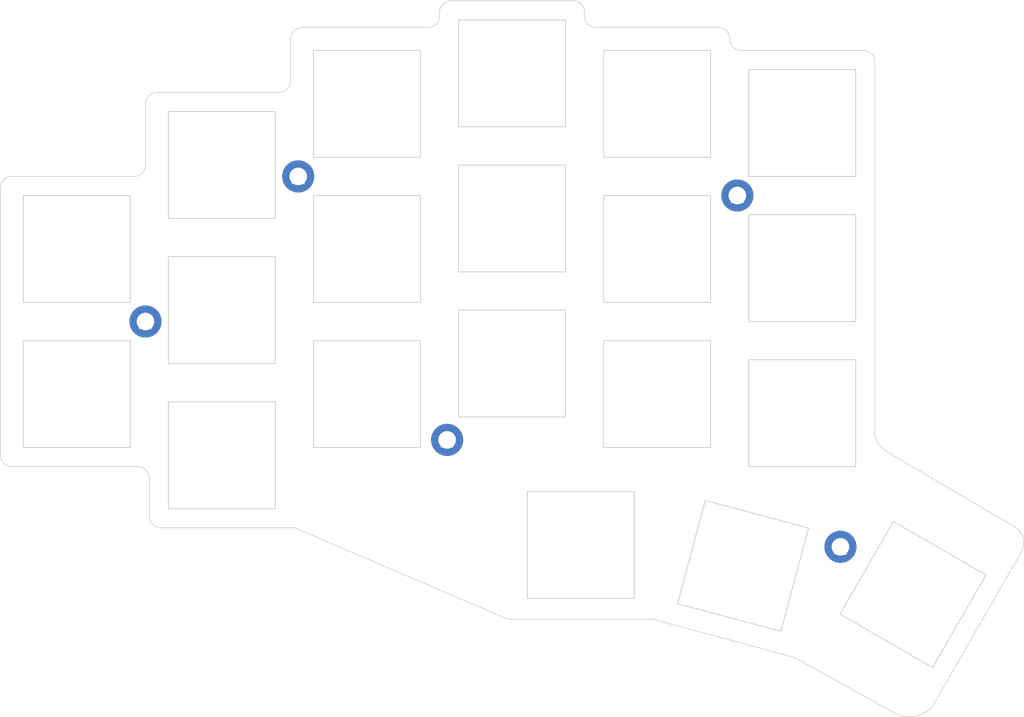
<source format=kicad_pcb>
(kicad_pcb (version 20211014) (generator pcbnew)
  (layers (0 "F.Cu" signal) (31 "B.Cu" signal) (34 "B.Paste" user) (35 "F.Paste" user) (36 "B.SilkS" user "B.Silkscreen") (37 "F.SilkS" user "F.Silkscreen") (38 "B.Mask" user) (39 "F.Mask" user) (44 "Edge.Cuts" user))
  (net 0 "")
  (footprint "kbd:SW_Hole" (layer "F.Cu") (at 135.5 99)
    (fp_text reference "SW13" hide)
    (fp_text value "SW_PUSH" hide)
    (fp_line (start -7 7) (end 7 7) (layer "Edge.Cuts") (width 0.12))
    (fp_line (start 7 -7) (end -7 -7) (layer "Edge.Cuts") (width 0.12))
    (fp_line (start -7 -7) (end -7 7) (layer "Edge.Cuts") (width 0.12))
    (fp_line (start 7 7) (end 7 -7) (layer "Edge.Cuts") (width 0.12))
  )
  (footprint "kbd:SW_Hole" (layer "F.Cu") (at 173.5 86.5)
    (fp_text reference "SW10" hide)
    (fp_text value "SW_PUSH" hide)
    (fp_line (start 7 -7) (end -7 -7) (layer "Edge.Cuts") (width 0.12))
    (fp_line (start -7 -7) (end -7 7) (layer "Edge.Cuts") (width 0.12))
    (fp_line (start -7 7) (end 7 7) (layer "Edge.Cuts") (width 0.12))
    (fp_line (start 7 7) (end 7 -7) (layer "Edge.Cuts") (width 0.12))
  )
  (footprint "kbd:SW_Hole" (layer "F.Cu") (at 97.5 111)
    (fp_text reference "SW11" hide)
    (fp_text value "SW_PUSH" hide)
    (fp_line (start -7 7) (end 7 7) (layer "Edge.Cuts") (width 0.12))
    (fp_line (start -7 -7) (end -7 7) (layer "Edge.Cuts") (width 0.12))
    (fp_line (start 7 -7) (end -7 -7) (layer "Edge.Cuts") (width 0.12))
    (fp_line (start 7 7) (end 7 -7) (layer "Edge.Cuts") (width 0.12))
  )
  (footprint "kbd:SW_Hole" (layer "F.Cu") (at 173.5 67.5)
    (fp_text reference "SW5" hide)
    (fp_text value "SW_PUSH" hide)
    (fp_line (start 7 -7) (end -7 -7) (layer "Edge.Cuts") (width 0.12))
    (fp_line (start -7 -7) (end -7 7) (layer "Edge.Cuts") (width 0.12))
    (fp_line (start 7 7) (end 7 -7) (layer "Edge.Cuts") (width 0.12))
    (fp_line (start -7 7) (end 7 7) (layer "Edge.Cuts") (width 0.12))
  )
  (footprint "kbd:SW_Hole" (layer "F.Cu") (at 116.5 103)
    (fp_text reference "SW12" hide)
    (fp_text value "SW_PUSH" hide)
    (fp_line (start 7 7) (end 7 -7) (layer "Edge.Cuts") (width 0.12))
    (fp_line (start -7 -7) (end -7 7) (layer "Edge.Cuts") (width 0.12))
    (fp_line (start 7 -7) (end -7 -7) (layer "Edge.Cuts") (width 0.12))
    (fp_line (start -7 7) (end 7 7) (layer "Edge.Cuts") (width 0.12))
  )
  (footprint "kbd:SW_Hole" (layer "F.Cu") (at 173.5 105.5)
    (fp_text reference "SW15" hide)
    (fp_text value "SW_PUSH" hide)
    (fp_line (start -7 7) (end 7 7) (layer "Edge.Cuts") (width 0.12))
    (fp_line (start -7 -7) (end -7 7) (layer "Edge.Cuts") (width 0.12))
    (fp_line (start 7 7) (end 7 -7) (layer "Edge.Cuts") (width 0.12))
    (fp_line (start 7 -7) (end -7 -7) (layer "Edge.Cuts") (width 0.12))
  )
  (footprint "kbd:SW_Hole" (layer "F.Cu") (at 116.5 65)
    (fp_text reference "SW2" hide)
    (fp_text value "SW_PUSH" hide)
    (fp_line (start -7 7) (end 7 7) (layer "Edge.Cuts") (width 0.12))
    (fp_line (start -7 -7) (end -7 7) (layer "Edge.Cuts") (width 0.12))
    (fp_line (start 7 -7) (end -7 -7) (layer "Edge.Cuts") (width 0.12))
    (fp_line (start 7 7) (end 7 -7) (layer "Edge.Cuts") (width 0.12))
  )
  (footprint "kbd:M2_Hole_TH" (layer "F.Cu") (at 87.5 93.5)
    (fp_text reference "H3" (at 0 0.5) (layer "F.SilkS"))
    (fp_text value "MountingHole")
    (pad "" thru_hole circle locked (at 0 0) (size 4.2 4.2) (drill 2.3) (layers *.Cu *.Mask))
  )
  (footprint "kbd:SW_Hole" (layer "F.Cu") (at 154.5 103)
    (fp_text reference "SW14" hide)
    (fp_text value "SW_PUSH" hide)
    (fp_line (start 7 7) (end 7 -7) (layer "Edge.Cuts") (width 0.12))
    (fp_line (start 7 -7) (end -7 -7) (layer "Edge.Cuts") (width 0.12))
    (fp_line (start -7 7) (end 7 7) (layer "Edge.Cuts") (width 0.12))
    (fp_line (start -7 -7) (end -7 7) (layer "Edge.Cuts") (width 0.12))
  )
  (footprint "kbd:M2_Hole_TH" (layer "F.Cu") (at 178.5 123)
    (fp_text reference "H2" (at 0 0.5) (layer "F.SilkS"))
    (fp_text value "MountingHole")
    (pad "" thru_hole circle locked (at 0 0) (size 4.2 4.2) (drill 2.3) (layers *.Cu *.Mask))
  )
  (footprint "kbd:SW_Hole" (layer "F.Cu") (at 165.75 125.5 -15)
    (fp_text reference "SW19" hide)
    (fp_text value "SW_PUSH" hide)
    (fp_line (start 7 -7) (end -7 -7) (layer "Edge.Cuts") (width 0.12))
    (fp_line (start -7 7) (end 7 7) (layer "Edge.Cuts") (width 0.12))
    (fp_line (start -7 -7) (end -7 7) (layer "Edge.Cuts") (width 0.12))
    (fp_line (start 7 7) (end 7 -7) (layer "Edge.Cuts") (width 0.12))
  )
  (footprint "kbd:SW_Hole" (layer "F.Cu") (at 154.5 65)
    (fp_text reference "SW4" hide)
    (fp_text value "SW_PUSH" hide)
    (fp_line (start -7 7) (end 7 7) (layer "Edge.Cuts") (width 0.12))
    (fp_line (start 7 -7) (end -7 -7) (layer "Edge.Cuts") (width 0.12))
    (fp_line (start 7 7) (end 7 -7) (layer "Edge.Cuts") (width 0.12))
    (fp_line (start -7 -7) (end -7 7) (layer "Edge.Cuts") (width 0.12))
  )
  (footprint "kbd:SW_Hole" (layer "F.Cu") (at 78.5 84)
    (fp_text reference "SW16" hide)
    (fp_text value "SW_PUSH" hide)
    (fp_line (start 7 -7) (end -7 -7) (layer "Edge.Cuts") (width 0.12))
    (fp_line (start 7 7) (end 7 -7) (layer "Edge.Cuts") (width 0.12))
    (fp_line (start -7 -7) (end -7 7) (layer "Edge.Cuts") (width 0.12))
    (fp_line (start -7 7) (end 7 7) (layer "Edge.Cuts") (width 0.12))
  )
  (footprint "kbd:SW_Hole" (layer "F.Cu") (at 188 129.25 60)
    (fp_text reference "SW20" hide)
    (fp_text value "SW_PUSH" hide)
    (fp_line (start -7 7) (end 7 7) (layer "Edge.Cuts") (width 0.12))
    (fp_line (start -7 -7) (end -7 7) (layer "Edge.Cuts") (width 0.12))
    (fp_line (start 7 -7) (end -7 -7) (layer "Edge.Cuts") (width 0.12))
    (fp_line (start 7 7) (end 7 -7) (layer "Edge.Cuts") (width 0.12))
  )
  (footprint "kbd:M2_Hole_TH" (layer "F.Cu") (at 165 77)
    (fp_text reference "H5" (at 0 0.5) (layer "F.SilkS"))
    (fp_text value "MountingHole")
    (pad "" thru_hole circle locked (at 0 0) (size 4.2 4.2) (drill 2.3) (layers *.Cu *.Mask))
  )
  (footprint "kbd:SW_Hole" (layer "F.Cu") (at 97.5 73)
    (fp_text reference "SW1" hide)
    (fp_text value "SW_PUSH" hide)
    (fp_line (start -7 7) (end 7 7) (layer "Edge.Cuts") (width 0.12))
    (fp_line (start 7 -7) (end -7 -7) (layer "Edge.Cuts") (width 0.12))
    (fp_line (start -7 -7) (end -7 7) (layer "Edge.Cuts") (width 0.12))
    (fp_line (start 7 7) (end 7 -7) (layer "Edge.Cuts") (width 0.12))
  )
  (footprint "kbd:SW_Hole" (layer "F.Cu") (at 135.5 61)
    (fp_text reference "SW3" hide)
    (fp_text value "SW_PUSH" hide)
    (fp_line (start -7 7) (end 7 7) (layer "Edge.Cuts") (width 0.12))
    (fp_line (start 7 7) (end 7 -7) (layer "Edge.Cuts") (width 0.12))
    (fp_line (start 7 -7) (end -7 -7) (layer "Edge.Cuts") (width 0.12))
    (fp_line (start -7 -7) (end -7 7) (layer "Edge.Cuts") (width 0.12))
  )
  (footprint "kbd:SW_Hole" (layer "F.Cu") (at 135.5 80)
    (fp_text reference "SW8" hide)
    (fp_text value "SW_PUSH" hide)
    (fp_line (start 7 -7) (end -7 -7) (layer "Edge.Cuts") (width 0.12))
    (fp_line (start -7 7) (end 7 7) (layer "Edge.Cuts") (width 0.12))
    (fp_line (start -7 -7) (end -7 7) (layer "Edge.Cuts") (width 0.12))
    (fp_line (start 7 7) (end 7 -7) (layer "Edge.Cuts") (width 0.12))
  )
  (footprint "kbd:M2_Hole_TH" (layer "F.Cu") (at 107.5 74.5)
    (fp_text reference "H1" (at 0 0.5) (layer "F.SilkS"))
    (fp_text value "MountingHole")
    (pad "" thru_hole circle locked (at 0 0) (size 4.2 4.2) (drill 2.3) (layers *.Cu *.Mask))
  )
  (footprint "kbd:SW_Hole" (layer "F.Cu") (at 116.5 84)
    (fp_text reference "SW7" hide)
    (fp_text value "SW_PUSH" hide)
    (fp_line (start -7 7) (end 7 7) (layer "Edge.Cuts") (width 0.12))
    (fp_line (start 7 7) (end 7 -7) (layer "Edge.Cuts") (width 0.12))
    (fp_line (start -7 -7) (end -7 7) (layer "Edge.Cuts") (width 0.12))
    (fp_line (start 7 -7) (end -7 -7) (layer "Edge.Cuts") (width 0.12))
  )
  (footprint "kbd:SW_Hole" (layer "F.Cu") (at 78.5 103)
    (fp_text reference "SW17" hide)
    (fp_text value "SW_PUSH" hide)
    (fp_line (start 7 7) (end 7 -7) (layer "Edge.Cuts") (width 0.12))
    (fp_line (start -7 -7) (end -7 7) (layer "Edge.Cuts") (width 0.12))
    (fp_line (start 7 -7) (end -7 -7) (layer "Edge.Cuts") (width 0.12))
    (fp_line (start -7 7) (end 7 7) (layer "Edge.Cuts") (width 0.12))
  )
  (footprint "kbd:SW_Hole" (layer "F.Cu") (at 144.5 122.75)
    (fp_text reference "SW18" hide)
    (fp_text value "SW_PUSH" hide)
    (fp_line (start -7 -7) (end -7 7) (layer "Edge.Cuts") (width 0.12))
    (fp_line (start -7 7) (end 7 7) (layer "Edge.Cuts") (width 0.12))
    (fp_line (start 7 7) (end 7 -7) (layer "Edge.Cuts") (width 0.12))
    (fp_line (start 7 -7) (end -7 -7) (layer "Edge.Cuts") (width 0.12))
  )
  (footprint "kbd:SW_Hole" (layer "F.Cu") (at 154.5 84)
    (fp_text reference "SW9" hide)
    (fp_text value "SW_PUSH" hide)
    (fp_line (start -7 7) (end 7 7) (layer "Edge.Cuts") (width 0.12))
    (fp_line (start 7 7) (end 7 -7) (layer "Edge.Cuts") (width 0.12))
    (fp_line (start -7 -7) (end -7 7) (layer "Edge.Cuts") (width 0.12))
    (fp_line (start 7 -7) (end -7 -7) (layer "Edge.Cuts") (width 0.12))
  )
  (footprint "kbd:SW_Hole" (layer "F.Cu") (at 97.5 92)
    (fp_text reference "SW6" hide)
    (fp_text value "SW_PUSH" hide)
    (fp_line (start 7 -7) (end -7 -7) (layer "Edge.Cuts") (width 0.12))
    (fp_line (start -7 7) (end 7 7) (layer "Edge.Cuts") (width 0.12))
    (fp_line (start -7 -7) (end -7 7) (layer "Edge.Cuts") (width 0.12))
    (fp_line (start 7 7) (end 7 -7) (layer "Edge.Cuts") (width 0.12))
  )
  (footprint "kbd:M2_Hole_TH" (layer "F.Cu") (at 127 109)
    (fp_text reference "H4" (at 0 0.5) (layer "F.SilkS"))
    (fp_text value "MountingHole")
    (pad "" thru_hole circle locked (at 0 0) (size 4.2 4.2) (drill 2.3) (layers *.Cu *.Mask))
  )
  (gr_line (start 126 53) (end 126 53.5) (layer "Edge.Cuts") (width 0.1))
  (gr_line (start 145 53.5) (end 145 53) (layer "Edge.Cuts") (width 0.1))
  (gr_arc (start 184.5 110.5) (mid 183.578706 109.62847) (end 183 108.5) (layer "Edge.Cuts") (width 0.1))
  (gr_line (start 135 132.5) (end 154 132.5) (layer "Edge.Cuts") (width 0.1))
  (gr_arc (start 201.5 120.5) (mid 202.474874 122.146447) (end 202 124) (layer "Edge.Cuts") (width 0.1))
  (gr_line (start 89.5 120.5) (end 107 120.5) (layer "Edge.Cuts") (width 0.1))
  (gr_line (start 202 124) (end 190.5 144) (layer "Edge.Cuts") (width 0.1))
  (gr_arc (start 86.5 112.5) (mid 87.56066 112.93934) (end 88 114) (layer "Edge.Cuts") (width 0.1))
  (gr_line (start 87.5 65) (end 87.5 73) (layer "Edge.Cuts") (width 0.1))
  (gr_arc (start 87.5 65) (mid 87.93934 63.93934) (end 89 63.5) (layer "Edge.Cuts") (width 0.1))
  (gr_line (start 143.5 51.5) (end 127.5 51.5) (layer "Edge.Cuts") (width 0.1))
  (gr_line (start 165.5 58) (end 181.5 58) (layer "Edge.Cuts") (width 0.1))
  (gr_arc (start 106.5 62) (mid 106.06066 63.06066) (end 105 63.5) (layer "Edge.Cuts") (width 0.1))
  (gr_line (start 107 120.5) (end 135 132.5) (layer "Edge.Cuts") (width 0.1))
  (gr_line (start 184.5 110.5) (end 201.5 120.5) (layer "Edge.Cuts") (width 0.1))
  (gr_arc (start 68.5 76) (mid 68.93934 74.93934) (end 70 74.5) (layer "Edge.Cuts") (width 0.1))
  (gr_line (start 108.5 55) (end 108 55) (layer "Edge.Cuts") (width 0.1))
  (gr_line (start 183 59.5) (end 183 108.5) (layer "Edge.Cuts") (width 0.1))
  (gr_arc (start 89.5 120.5) (mid 88.43934 120.06066) (end 88 119) (layer "Edge.Cuts") (width 0.1))
  (gr_arc (start 165.5 58) (mid 164.43934 57.56066) (end 164 56.5) (layer "Edge.Cuts") (width 0.1))
  (gr_arc (start 70 112.5) (mid 68.93934 112.06066) (end 68.5 111) (layer "Edge.Cuts") (width 0.1))
  (gr_line (start 105 63.5) (end 89 63.5) (layer "Edge.Cuts") (width 0.1))
  (gr_line (start 88 114) (end 88 119) (layer "Edge.Cuts") (width 0.1))
  (gr_line (start 106.5 56.5) (end 106.5 62) (layer "Edge.Cuts") (width 0.1))
  (gr_arc (start 190.5 144) (mid 187.849935 145.228185) (end 185.034016 144.452378) (layer "Edge.Cuts") (width 0.1))
  (gr_line (start 124.5 55) (end 108.5 55) (layer "Edge.Cuts") (width 0.1))
  (gr_arc (start 143.5 51.5) (mid 144.56066 51.93934) (end 145 53) (layer "Edge.Cuts") (width 0.1))
  (gr_line (start 86 74.5) (end 70 74.5) (layer "Edge.Cuts") (width 0.1))
  (gr_arc (start 87.5 73) (mid 87.06066 74.06066) (end 86 74.5) (layer "Edge.Cuts") (width 0.1))
  (gr_arc (start 146.5 55) (mid 145.43934 54.56066) (end 145 53.5) (layer "Edge.Cuts") (width 0.1))
  (gr_arc (start 126 53.5) (mid 125.56066 54.56066) (end 124.5 55) (layer "Edge.Cuts") (width 0.1))
  (gr_arc (start 126 53) (mid 126.43934 51.93934) (end 127.5 51.5) (layer "Edge.Cuts") (width 0.1))
  (gr_line (start 70 112.5) (end 86.5 112.5) (layer "Edge.Cuts") (width 0.1))
  (gr_arc (start 162.5 55) (mid 163.56066 55.43934) (end 164 56.5) (layer "Edge.Cuts") (width 0.1))
  (gr_line (start 185.034016 144.452378) (end 172.5 137.5) (layer "Edge.Cuts") (width 0.1))
  (gr_line (start 162.5 55) (end 146.5 55) (layer "Edge.Cuts") (width 0.1))
  (gr_arc (start 106.5 56.5) (mid 106.93934 55.43934) (end 108 55) (layer "Edge.Cuts") (width 0.1))
  (gr_arc (start 181.5 58) (mid 182.56066 58.43934) (end 183 59.5) (layer "Edge.Cuts") (width 0.1))
  (gr_line (start 68.5 76) (end 68.5 111) (layer "Edge.Cuts") (width 0.1))
  (gr_line (start 154 132.5) (end 172.5 137.5) (layer "Edge.Cuts") (width 0.1))
)
</source>
